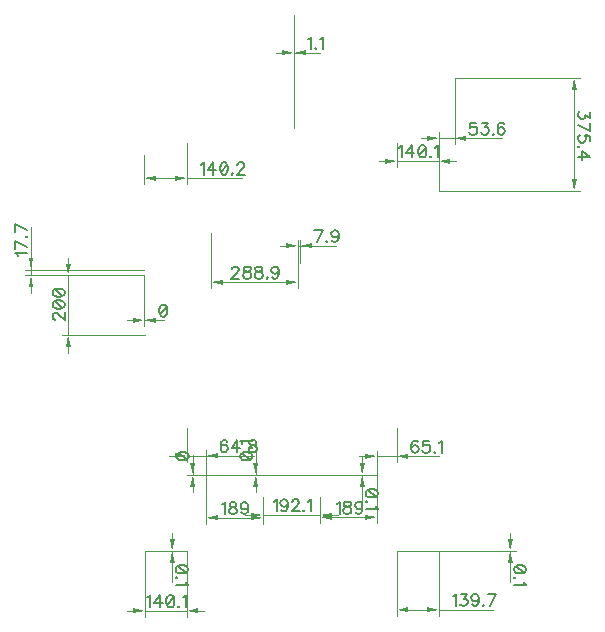
<source format=gbr>
G04 DipTrace 3.0.0.2*
G04 TopDimension.gbr*
%MOIN*%
G04 #@! TF.FileFunction,Drawing,Top*
G04 #@! TF.Part,Single*
%ADD13C,0.0015*%
%ADD62C,0.006176*%
%FSLAX26Y26*%
G04*
G70*
G90*
G75*
G01*
G04 TopDimension*
%LPD*%
X954832Y2262517D2*
D13*
Y2116323D1*
X953701Y1885701D2*
Y2155693D1*
Y2136008D2*
X954832D1*
X894646D2*
X914331D1*
G36*
X953701D2*
X914331Y2128134D1*
Y2143882D1*
X953701Y2136008D1*
G37*
X1013887D2*
D13*
X994202D1*
G36*
X954832D2*
X994202Y2143882D1*
Y2128134D1*
X954832Y2136008D1*
G37*
X1041941D2*
D13*
X954832D1*
X1490764Y2051134D2*
X1909449D1*
X1437126Y1675701D2*
X1909449D1*
X1889764Y1863418D2*
Y2011764D1*
G36*
Y2051134D2*
X1897638Y2011764D1*
X1881890D1*
X1889764Y2051134D1*
G37*
Y1863418D2*
D13*
Y1715071D1*
G36*
Y1675701D2*
X1881890Y1715071D1*
X1897638D1*
X1889764Y1675701D1*
G37*
X457349Y475722D2*
D13*
X568898D1*
X597449Y475607D2*
X529528D1*
X549213Y475722D2*
Y475607D1*
Y534777D2*
Y515092D1*
G36*
Y475722D2*
X541339Y515092D1*
X557087D1*
X549213Y475722D1*
G37*
Y416551D2*
D13*
Y436236D1*
G36*
Y475607D2*
X557087Y436236D1*
X541339D1*
X549213Y475607D1*
G37*
Y371297D2*
D13*
Y475722D1*
X456764Y1393496D2*
Y1224410D1*
Y1393496D2*
Y1224410D1*
Y1244095D2*
D3*
X397709D2*
X417394D1*
G36*
X456764D2*
X417394Y1236221D1*
Y1251969D1*
X456764Y1244095D1*
G37*
X515819D2*
D13*
X496134D1*
G36*
X456764D2*
X496134Y1251969D1*
Y1236221D1*
X456764Y1244095D1*
G37*
X522929D2*
D13*
X456764D1*
X1437126Y1675701D2*
Y1870079D1*
X1490764Y2051134D2*
Y1830709D1*
X1437126Y1850394D2*
X1490764D1*
X1378071D2*
X1397756D1*
G36*
X1437126D2*
X1397756Y1842520D1*
Y1858268D1*
X1437126Y1850394D1*
G37*
X1549819D2*
D13*
X1530134D1*
G36*
X1490764D2*
X1530134Y1858268D1*
Y1842520D1*
X1490764Y1850394D1*
G37*
X1649474D2*
D13*
X1490764D1*
X1297449Y475607D2*
X1696063D1*
X1437126Y475701D2*
X1696063D1*
X1676378D2*
Y475607D1*
Y534756D2*
Y515071D1*
G36*
Y475701D2*
X1668504Y515071D1*
X1684252D1*
X1676378Y475701D1*
G37*
Y416551D2*
D13*
Y436236D1*
G36*
Y475607D2*
X1684252Y436236D1*
X1668504D1*
X1676378Y475607D1*
G37*
Y371297D2*
D13*
Y475701D1*
X457349Y475722D2*
Y255906D1*
X597449Y475607D2*
Y255906D1*
X457349Y275591D2*
X597449D1*
X398294D2*
X417979D1*
G36*
X457349D2*
X417979Y267717D1*
Y283465D1*
X457349Y275591D1*
G37*
X656504D2*
D13*
X636819D1*
G36*
X597449D2*
X636819Y283465D1*
Y267717D1*
X597449Y275591D1*
G37*
X1437126Y475701D2*
D13*
Y259843D1*
X1297449Y475607D2*
Y259843D1*
X1367288Y279528D2*
X1397756D1*
G36*
X1437126D2*
X1397756Y271654D1*
Y287402D1*
X1437126Y279528D1*
G37*
X1367288D2*
D13*
X1336819D1*
G36*
X1297449D2*
X1336819Y287402D1*
Y271654D1*
X1297449Y279528D1*
G37*
X1617826D2*
D13*
X1437126D1*
X456764Y1393496D2*
X59055D1*
X456764Y1411213D2*
X59055D1*
X78740D2*
Y1393496D1*
Y1470268D2*
Y1450583D1*
G36*
Y1411213D2*
X70866Y1450583D1*
X86614D1*
X78740Y1411213D1*
G37*
Y1334441D2*
D13*
Y1354126D1*
G36*
Y1393496D2*
X86614Y1354126D1*
X70866D1*
X78740Y1393496D1*
G37*
Y1554668D2*
D13*
Y1411213D1*
X597008Y1835701D2*
Y1698032D1*
X456764Y1793496D2*
Y1698032D1*
X526886Y1717717D2*
X557638D1*
G36*
X597008D2*
X557638Y1709843D1*
Y1725591D1*
X597008Y1717717D1*
G37*
X526886D2*
D13*
X496134D1*
G36*
X456764D2*
X496134Y1725591D1*
Y1709843D1*
X456764Y1717717D1*
G37*
X781511D2*
D13*
X597008D1*
X1297008Y1835701D2*
Y1754725D1*
X1437126Y1675701D2*
Y1794095D1*
X1297008Y1774410D2*
X1437126D1*
X1237953D2*
X1257638D1*
G36*
X1297008D2*
X1257638Y1766536D1*
Y1782284D1*
X1297008Y1774410D1*
G37*
X1496181D2*
D13*
X1476496D1*
G36*
X1437126D2*
X1476496Y1782284D1*
Y1766536D1*
X1437126Y1774410D1*
G37*
X661811Y654331D2*
D13*
Y566142D1*
X850788Y654331D2*
Y566142D1*
X756299Y585827D2*
X701181D1*
G36*
X661811D2*
X701181Y593701D1*
Y577953D1*
X661811Y585827D1*
G37*
X756299D2*
D13*
X811418D1*
G36*
X850788D2*
X811418Y577953D1*
Y593701D1*
X850788Y585827D1*
G37*
Y654331D2*
D13*
Y574803D1*
X1042937Y654386D2*
Y574803D1*
X850788Y594488D2*
X1042937D1*
X791732D2*
X811418D1*
G36*
X850788D2*
X811418Y586614D1*
Y602362D1*
X850788Y594488D1*
G37*
X1101992D2*
D13*
X1082307D1*
G36*
X1042937D2*
X1082307Y602362D1*
Y586614D1*
X1042937Y594488D1*
G37*
Y654386D2*
D13*
Y567323D1*
X1231890Y654331D2*
Y567323D1*
X1137414Y587008D2*
X1082307D1*
G36*
X1042937D2*
X1082307Y594882D1*
Y579134D1*
X1042937Y587008D1*
G37*
X1137414D2*
D13*
X1192520D1*
G36*
X1231890D2*
X1192520Y579134D1*
Y594882D1*
X1231890Y587008D1*
G37*
X661811Y729134D2*
D13*
X597244D1*
X850788D2*
X597244D1*
X616929D2*
D3*
Y788189D2*
Y768504D1*
G36*
Y729134D2*
X609055Y768504D1*
X624803D1*
X616929Y729134D1*
G37*
Y670079D2*
D13*
Y689764D1*
G36*
Y729134D2*
X624803Y689764D1*
X609055D1*
X616929Y729134D1*
G37*
Y795299D2*
D13*
Y729134D1*
X850788D2*
X808268D1*
X1042937Y729189D2*
X808268D1*
X827953D2*
Y729134D1*
Y788244D2*
Y768559D1*
G36*
Y729189D2*
X820079Y768559D1*
X835827D1*
X827953Y729189D1*
G37*
Y670079D2*
D13*
Y689764D1*
G36*
Y729134D2*
X835827Y689764D1*
X820079D1*
X827953Y729134D1*
G37*
Y833498D2*
D13*
Y729189D1*
X1042937D2*
X1202362D1*
X1231890Y729134D2*
X1162992D1*
X1182677Y729189D2*
Y729134D1*
Y788244D2*
Y768559D1*
G36*
Y729189D2*
X1174803Y768559D1*
X1190551D1*
X1182677Y729189D1*
G37*
Y670079D2*
D13*
Y689764D1*
G36*
Y729134D2*
X1190551Y689764D1*
X1174803D1*
X1182677Y729134D1*
G37*
Y624825D2*
D13*
Y729189D1*
X661811Y654331D2*
Y811811D1*
X597008Y885701D2*
Y772441D1*
Y792126D2*
X661811D1*
X537953D2*
X557638D1*
G36*
X597008D2*
X557638Y784252D1*
Y800000D1*
X597008Y792126D1*
G37*
X720866D2*
D13*
X701181D1*
G36*
X661811D2*
X701181Y800000D1*
Y784252D1*
X661811Y792126D1*
G37*
X822378D2*
D13*
X661811D1*
X1231890Y654331D2*
Y809843D1*
X1297008Y885701D2*
Y770473D1*
X1231890Y790158D2*
X1297008D1*
X1172835D2*
X1192520D1*
G36*
X1231890D2*
X1192520Y782284D1*
Y798032D1*
X1231890Y790158D1*
G37*
X1356063D2*
D13*
X1336378D1*
G36*
X1297008D2*
X1336378Y798032D1*
Y782284D1*
X1297008Y790158D1*
G37*
X1438518D2*
D13*
X1297008D1*
X966929Y1433858D2*
Y1512205D1*
X974803Y1433858D2*
Y1512205D1*
X966929Y1492520D2*
X974803D1*
X907874D2*
X927559D1*
G36*
X966929D2*
X927559Y1484646D1*
Y1500394D1*
X966929Y1492520D1*
G37*
X1033858D2*
D13*
X1014173D1*
G36*
X974803D2*
X1014173Y1500394D1*
Y1484646D1*
X974803Y1492520D1*
G37*
X1094411D2*
D13*
X974803D1*
X678079Y1535701D2*
Y1351181D1*
X966929Y1433858D2*
Y1351181D1*
X822504Y1370866D2*
X717449D1*
G36*
X678079D2*
X717449Y1378740D1*
Y1362992D1*
X678079Y1370866D1*
G37*
X822504D2*
D13*
X927559D1*
G36*
X966929D2*
X927559Y1362992D1*
Y1378740D1*
X966929Y1370866D1*
G37*
X456764Y1393496D2*
D13*
X183016D1*
X457349Y1193509D2*
X183016D1*
X202701Y1393496D2*
Y1193509D1*
Y1452551D2*
Y1432866D1*
G36*
Y1393496D2*
X194827Y1432866D1*
X210575D1*
X202701Y1393496D1*
G37*
Y1134454D2*
D13*
Y1154139D1*
G36*
Y1193509D2*
X210575Y1154139D1*
X194827D1*
X202701Y1193509D1*
G37*
X1003466Y2180717D2*
D62*
X1007313Y2182663D1*
X1013061Y2188367D1*
Y2148219D1*
X1027313Y2152066D2*
X1025412Y2150120D1*
X1027313Y2148219D1*
X1029259Y2150120D1*
X1027313Y2152066D1*
X1041610Y2180717D2*
X1045457Y2182663D1*
X1051205Y2188367D1*
Y2148219D1*
X1942123Y1937649D2*
Y1916647D1*
X1926824Y1928099D1*
Y1922350D1*
X1924923Y1918548D1*
X1923021Y1916647D1*
X1917273Y1914701D1*
X1913471D1*
X1907723Y1916647D1*
X1903876Y1920449D1*
X1901975Y1926197D1*
Y1931945D1*
X1903876Y1937649D1*
X1905822Y1939550D1*
X1909624Y1941496D1*
X1901975Y1894700D2*
X1942123Y1875555D1*
Y1902350D1*
Y1840256D2*
Y1859357D1*
X1924923Y1861258D1*
X1926824Y1859357D1*
X1928769Y1853609D1*
Y1847905D1*
X1926824Y1842157D1*
X1923021Y1838310D1*
X1917273Y1836409D1*
X1913471D1*
X1907723Y1838310D1*
X1903876Y1842157D1*
X1901975Y1847905D1*
Y1853609D1*
X1903876Y1859357D1*
X1905822Y1861258D1*
X1909624Y1863204D1*
X1905822Y1822156D2*
X1903876Y1824058D1*
X1901975Y1822156D1*
X1903876Y1820211D1*
X1905822Y1822156D1*
X1901975Y1788714D2*
X1942123D1*
X1915372Y1807859D1*
Y1779164D1*
X601571Y415477D2*
X599670Y421225D1*
X593922Y425072D1*
X584371Y426973D1*
X578623D1*
X569073Y425072D1*
X563325Y421225D1*
X561424Y415477D1*
Y411674D1*
X563325Y405926D1*
X569073Y402124D1*
X578623Y400178D1*
X584371D1*
X593922Y402124D1*
X599670Y405926D1*
X601571Y411674D1*
Y415477D1*
X593922Y402124D2*
X569073Y425072D1*
X565270Y385926D2*
X563325Y387827D1*
X561424Y385926D1*
X563325Y383980D1*
X565270Y385926D1*
X593922Y371629D2*
X595868Y367782D1*
X601571Y362034D1*
X561424D1*
X516894Y1296453D2*
X511146Y1294552D1*
X507299Y1288804D1*
X505398Y1279253D1*
Y1273505D1*
X507299Y1263955D1*
X511146Y1258207D1*
X516894Y1256305D1*
X520696D1*
X526444Y1258207D1*
X530247Y1263955D1*
X532192Y1273505D1*
Y1279253D1*
X530247Y1288804D1*
X526444Y1294552D1*
X520696Y1296453D1*
X516894D1*
X530247Y1288804D2*
X507299Y1263955D1*
X1562346Y1902752D2*
X1543244D1*
X1541343Y1885553D1*
X1543244Y1887454D1*
X1548992Y1889399D1*
X1554696D1*
X1560444Y1887454D1*
X1564291Y1883651D1*
X1566192Y1877903D1*
Y1874101D1*
X1564291Y1868353D1*
X1560444Y1864506D1*
X1554696Y1862605D1*
X1548992D1*
X1543244Y1864506D1*
X1541343Y1866451D1*
X1539398Y1870254D1*
X1582390Y1902752D2*
X1603393D1*
X1591941Y1887454D1*
X1597689D1*
X1601492Y1885553D1*
X1603393Y1883651D1*
X1605338Y1877903D1*
Y1874101D1*
X1603393Y1868353D1*
X1599590Y1864506D1*
X1593842Y1862605D1*
X1588094D1*
X1582390Y1864506D1*
X1580489Y1866451D1*
X1578544Y1870254D1*
X1619591Y1866451D2*
X1617690Y1864506D1*
X1619591Y1862605D1*
X1621537Y1864506D1*
X1619591Y1866451D1*
X1656836Y1897049D2*
X1654935Y1900851D1*
X1649187Y1902752D1*
X1645384D1*
X1639636Y1900851D1*
X1635789Y1895103D1*
X1633888Y1885553D1*
Y1876002D1*
X1635789Y1868353D1*
X1639636Y1864506D1*
X1645384Y1862605D1*
X1647285D1*
X1652989Y1864506D1*
X1656836Y1868353D1*
X1658737Y1874101D1*
Y1876002D1*
X1656836Y1881750D1*
X1652989Y1885553D1*
X1647285Y1887454D1*
X1645384D1*
X1639636Y1885553D1*
X1635789Y1881750D1*
X1633888Y1876002D1*
X1728737Y415477D2*
X1726835Y421225D1*
X1721087Y425072D1*
X1711537Y426973D1*
X1705789D1*
X1696238Y425072D1*
X1690490Y421225D1*
X1688589Y415477D1*
Y411674D1*
X1690490Y405926D1*
X1696238Y402124D1*
X1705789Y400178D1*
X1711537D1*
X1721087Y402124D1*
X1726835Y405926D1*
X1728737Y411674D1*
Y415477D1*
X1721087Y402124D2*
X1696238Y425072D1*
X1692436Y385926D2*
X1690490Y387827D1*
X1688589Y385926D1*
X1690490Y383980D1*
X1692436Y385926D1*
X1721087Y371629D2*
X1723033Y367782D1*
X1728737Y362034D1*
X1688589D1*
X466521Y320300D2*
X470368Y322245D1*
X476116Y327949D1*
Y287802D1*
X507612D2*
Y327949D1*
X488467Y301199D1*
X517163D1*
X541010Y327949D2*
X535262Y326048D1*
X531416Y320300D1*
X529514Y310749D1*
Y305001D1*
X531416Y295451D1*
X535262Y289703D1*
X541010Y287802D1*
X544813D1*
X550561Y289703D1*
X554363Y295451D1*
X556309Y305001D1*
Y310749D1*
X554363Y320300D1*
X550561Y326048D1*
X544813Y327949D1*
X541010D1*
X554363Y320300D2*
X531416Y295451D1*
X570562Y291648D2*
X568660Y289703D1*
X570562Y287802D1*
X572507Y289703D1*
X570562Y291648D1*
X584858Y320300D2*
X588705Y322245D1*
X594453Y327949D1*
Y287802D1*
X1485760Y324237D2*
X1489607Y326183D1*
X1495355Y331886D1*
Y291739D1*
X1511553Y331886D2*
X1532555D1*
X1521103Y316588D1*
X1526851D1*
X1530654Y314686D1*
X1532555Y312785D1*
X1534501Y307037D1*
Y303235D1*
X1532555Y297487D1*
X1528753Y293640D1*
X1523005Y291739D1*
X1517257D1*
X1511553Y293640D1*
X1509651Y295585D1*
X1507706Y299388D1*
X1571745Y318533D2*
X1569800Y312785D1*
X1565997Y308938D1*
X1560249Y307037D1*
X1558348D1*
X1552600Y308938D1*
X1548798Y312785D1*
X1546852Y318533D1*
Y320434D1*
X1548798Y326183D1*
X1552600Y329985D1*
X1558348Y331886D1*
X1560249D1*
X1565997Y329985D1*
X1569800Y326183D1*
X1571745Y318533D1*
Y308938D1*
X1569800Y299388D1*
X1565997Y293640D1*
X1560249Y291739D1*
X1556447D1*
X1550699Y293640D1*
X1548798Y297487D1*
X1585998Y295585D2*
X1584097Y293640D1*
X1585998Y291739D1*
X1587944Y293640D1*
X1585998Y295585D1*
X1607944Y291739D2*
X1627090Y331886D1*
X1600295D1*
X34031Y1459846D2*
X32086Y1463693D1*
X26382Y1469441D1*
X66530D1*
Y1489442D2*
X26382Y1508587D1*
Y1481793D1*
X62683Y1522840D2*
X64628Y1520939D1*
X66530Y1522840D1*
X64628Y1524785D1*
X62683Y1522840D1*
X66530Y1544786D2*
X26382Y1563932D1*
Y1537137D1*
X645642Y1762426D2*
X649488Y1764371D1*
X655237Y1770075D1*
Y1729928D1*
X686733D2*
Y1770075D1*
X667588Y1743325D1*
X696284D1*
X720131Y1770075D2*
X714383Y1768174D1*
X710537Y1762426D1*
X708635Y1752875D1*
Y1747127D1*
X710537Y1737577D1*
X714383Y1731829D1*
X720131Y1729928D1*
X723934D1*
X729682Y1731829D1*
X733484Y1737577D1*
X735430Y1747127D1*
Y1752875D1*
X733484Y1762426D1*
X729682Y1768174D1*
X723934Y1770075D1*
X720131D1*
X733484Y1762426D2*
X710537Y1737577D1*
X749683Y1733774D2*
X747781Y1731829D1*
X749683Y1729928D1*
X751628Y1731829D1*
X749683Y1733774D1*
X765925Y1760525D2*
Y1762426D1*
X767826Y1766273D1*
X769727Y1768174D1*
X773574Y1770075D1*
X781224D1*
X785026Y1768174D1*
X786927Y1766273D1*
X788873Y1762426D1*
Y1758623D1*
X786927Y1754777D1*
X783125Y1749073D1*
X763979Y1729928D1*
X790774D1*
X1306189Y1819119D2*
X1310035Y1821064D1*
X1315784Y1826768D1*
Y1786620D1*
X1347280D2*
Y1826768D1*
X1328135Y1800018D1*
X1356831D1*
X1380678Y1826768D2*
X1374930Y1824867D1*
X1371084Y1819119D1*
X1369182Y1809568D1*
Y1803820D1*
X1371084Y1794270D1*
X1374930Y1788522D1*
X1380678Y1786620D1*
X1384481D1*
X1390229Y1788522D1*
X1394031Y1794270D1*
X1395977Y1803820D1*
Y1809568D1*
X1394031Y1819119D1*
X1390229Y1824867D1*
X1384481Y1826768D1*
X1380678D1*
X1394031Y1819119D2*
X1371084Y1794270D1*
X1410230Y1790467D2*
X1408328Y1788522D1*
X1410230Y1786620D1*
X1412175Y1788522D1*
X1410230Y1790467D1*
X1424526Y1819119D2*
X1428373Y1821064D1*
X1434121Y1826768D1*
Y1786620D1*
X716417Y630536D2*
X720263Y632482D1*
X726011Y638186D1*
Y598038D1*
X747913Y638186D2*
X742210Y636284D1*
X740264Y632482D1*
Y628635D1*
X742210Y624832D1*
X746012Y622887D1*
X753661Y620986D1*
X759409Y619084D1*
X763212Y615238D1*
X765113Y611435D1*
Y605687D1*
X763212Y601885D1*
X761311Y599939D1*
X755563Y598038D1*
X747913D1*
X742210Y599939D1*
X740264Y601885D1*
X738363Y605687D1*
Y611435D1*
X740264Y615238D1*
X744111Y619084D1*
X749815Y620986D1*
X757464Y622887D1*
X761311Y624832D1*
X763212Y628635D1*
Y632482D1*
X761311Y636284D1*
X755563Y638186D1*
X747913D1*
X802358Y624832D2*
X800413Y619084D1*
X796610Y615238D1*
X790862Y613336D1*
X788961D1*
X783213Y615238D1*
X779410Y619084D1*
X777465Y624832D1*
Y626734D1*
X779410Y632482D1*
X783213Y636284D1*
X788961Y638186D1*
X790862D1*
X796610Y636284D1*
X800413Y632482D1*
X802358Y624832D1*
Y615238D1*
X800413Y605687D1*
X796610Y599939D1*
X790862Y598038D1*
X787059D1*
X781311Y599939D1*
X779410Y603786D1*
X887885Y639198D2*
X891732Y641143D1*
X897480Y646847D1*
Y606699D1*
X934725Y633494D2*
X932779Y627746D1*
X928977Y623899D1*
X923229Y621998D1*
X921328D1*
X915579Y623899D1*
X911777Y627746D1*
X909831Y633494D1*
Y635395D1*
X911777Y641143D1*
X915579Y644946D1*
X921328Y646847D1*
X923229D1*
X928977Y644946D1*
X932779Y641143D1*
X934725Y633494D1*
Y623899D1*
X932779Y614348D1*
X928977Y608600D1*
X923229Y606699D1*
X919426D1*
X913678Y608600D1*
X911777Y612447D1*
X949022Y637296D2*
Y639198D1*
X950923Y643044D1*
X952824Y644946D1*
X956671Y646847D1*
X964320D1*
X968123Y644946D1*
X970024Y643044D1*
X971970Y639198D1*
Y635395D1*
X970024Y631548D1*
X966222Y625845D1*
X947076Y606699D1*
X973871D1*
X988124Y610546D2*
X986222Y608600D1*
X988124Y606699D1*
X990069Y608600D1*
X988124Y610546D1*
X1002420Y639198D2*
X1006267Y641143D1*
X1012015Y646847D1*
Y606699D1*
X1097531Y631717D2*
X1101377Y633663D1*
X1107126Y639367D1*
Y599219D1*
X1129027Y639367D2*
X1123324Y637465D1*
X1121378Y633663D1*
Y629816D1*
X1123324Y626014D1*
X1127126Y624068D1*
X1134776Y622167D1*
X1140524Y620265D1*
X1144326Y616419D1*
X1146227Y612616D1*
Y606868D1*
X1144326Y603066D1*
X1142425Y601120D1*
X1136677Y599219D1*
X1129027D1*
X1123324Y601120D1*
X1121378Y603066D1*
X1119477Y606868D1*
Y612616D1*
X1121378Y616419D1*
X1125225Y620265D1*
X1130929Y622167D1*
X1138578Y624068D1*
X1142425Y626014D1*
X1144326Y629816D1*
Y633663D1*
X1142425Y637465D1*
X1136677Y639367D1*
X1129027D1*
X1183472Y626014D2*
X1181527Y620265D1*
X1177724Y616419D1*
X1171976Y614517D1*
X1170075D1*
X1164327Y616419D1*
X1160524Y620265D1*
X1158579Y626014D1*
Y627915D1*
X1160524Y633663D1*
X1164327Y637465D1*
X1170075Y639367D1*
X1171976D1*
X1177724Y637465D1*
X1181527Y633663D1*
X1183472Y626014D1*
Y616419D1*
X1181527Y606868D1*
X1177724Y601120D1*
X1171976Y599219D1*
X1168174D1*
X1162426Y601120D1*
X1160524Y604967D1*
X564571Y789264D2*
X566472Y783516D1*
X572220Y779669D1*
X581771Y777768D1*
X587519D1*
X597069Y779669D1*
X602817Y783516D1*
X604719Y789264D1*
Y793066D1*
X602817Y798814D1*
X597069Y802617D1*
X587519Y804562D1*
X581771D1*
X572220Y802617D1*
X566472Y798814D1*
X564571Y793066D1*
Y789264D1*
X572220Y802617D2*
X597069Y779669D1*
X775594Y789319D2*
X777496Y783571D1*
X783244Y779724D1*
X792794Y777823D1*
X798542D1*
X808093Y779724D1*
X813841Y783571D1*
X815742Y789319D1*
Y793121D1*
X813841Y798869D1*
X808093Y802672D1*
X798542Y804617D1*
X792794D1*
X783244Y802672D1*
X777496Y798869D1*
X775594Y793121D1*
Y789319D1*
X783244Y802672D2*
X808093Y779724D1*
X811895Y818870D2*
X813841Y816969D1*
X815742Y818870D1*
X813841Y820816D1*
X811895Y818870D1*
X783244Y833167D2*
X781298Y837014D1*
X775594Y842762D1*
X815742D1*
X1235036Y669004D2*
X1233135Y674752D1*
X1227387Y678599D1*
X1217836Y680500D1*
X1212088D1*
X1202537Y678599D1*
X1196789Y674752D1*
X1194888Y669004D1*
Y665202D1*
X1196789Y659454D1*
X1202537Y655651D1*
X1212088Y653706D1*
X1217836D1*
X1227387Y655651D1*
X1233135Y659454D1*
X1235036Y665202D1*
Y669004D1*
X1227387Y655651D2*
X1202537Y678599D1*
X1198735Y639453D2*
X1196789Y641354D1*
X1194888Y639453D1*
X1196789Y637508D1*
X1198735Y639453D1*
X1227387Y625156D2*
X1229332Y621309D1*
X1235036Y615561D1*
X1194888D1*
X733393Y838781D2*
X731492Y842583D1*
X725743Y844485D1*
X721941D1*
X716193Y842583D1*
X712346Y836835D1*
X710445Y827285D1*
Y817734D1*
X712346Y810085D1*
X716193Y806238D1*
X721941Y804337D1*
X723842D1*
X729546Y806238D1*
X733393Y810085D1*
X735294Y815833D1*
Y817734D1*
X733393Y823482D1*
X729546Y827285D1*
X723842Y829186D1*
X721941D1*
X716193Y827285D1*
X712346Y823482D1*
X710445Y817734D1*
X766791Y804337D2*
Y844485D1*
X747645Y817734D1*
X776341D1*
X790594Y808184D2*
X788693Y806238D1*
X790594Y804337D1*
X792540Y806238D1*
X790594Y808184D1*
X814442Y844485D2*
X808738Y842583D1*
X806792Y838781D1*
Y834934D1*
X808738Y831132D1*
X812540Y829186D1*
X820190Y827285D1*
X825938Y825384D1*
X829740Y821537D1*
X831641Y817734D1*
Y811986D1*
X829740Y808184D1*
X827839Y806238D1*
X822091Y804337D1*
X814442D1*
X808738Y806238D1*
X806792Y808184D1*
X804891Y811986D1*
Y817734D1*
X806792Y821537D1*
X810639Y825384D1*
X816343Y827285D1*
X823992Y829186D1*
X827839Y831132D1*
X829740Y834934D1*
Y838781D1*
X827839Y842583D1*
X822091Y844485D1*
X814442D1*
X1368590Y836812D2*
X1366688Y840615D1*
X1360940Y842516D1*
X1357138D1*
X1351390Y840615D1*
X1347543Y834867D1*
X1345642Y825316D1*
Y815766D1*
X1347543Y808116D1*
X1351390Y804270D1*
X1357138Y802368D1*
X1359039D1*
X1364743Y804270D1*
X1368590Y808116D1*
X1370491Y813865D1*
Y815766D1*
X1368590Y821514D1*
X1364743Y825316D1*
X1359039Y827218D1*
X1357138D1*
X1351390Y825316D1*
X1347543Y821514D1*
X1345642Y815766D1*
X1405790Y842516D2*
X1386689D1*
X1384788Y825316D1*
X1386689Y827218D1*
X1392437Y829163D1*
X1398141D1*
X1403889Y827218D1*
X1407736Y823415D1*
X1409637Y817667D1*
Y813865D1*
X1407736Y808116D1*
X1403889Y804270D1*
X1398141Y802368D1*
X1392437D1*
X1386689Y804270D1*
X1384788Y806215D1*
X1382842Y810018D1*
X1423890Y806215D2*
X1421988Y804270D1*
X1423890Y802368D1*
X1425835Y804270D1*
X1423890Y806215D1*
X1438187Y834867D2*
X1442033Y836812D1*
X1447781Y842516D1*
Y802368D1*
X1031086Y1504731D2*
X1050232Y1544878D1*
X1023437D1*
X1064484Y1508577D2*
X1062583Y1506632D1*
X1064484Y1504731D1*
X1066430Y1506632D1*
X1064484Y1508577D1*
X1103675Y1531525D2*
X1101729Y1525777D1*
X1097927Y1521931D1*
X1092179Y1520029D1*
X1090277D1*
X1084529Y1521931D1*
X1080727Y1525777D1*
X1078781Y1531525D1*
Y1533427D1*
X1080727Y1539175D1*
X1084529Y1542977D1*
X1090277Y1544878D1*
X1092179D1*
X1097927Y1542977D1*
X1101729Y1539175D1*
X1103675Y1531525D1*
Y1521931D1*
X1101729Y1512380D1*
X1097927Y1506632D1*
X1092179Y1504731D1*
X1088376D1*
X1082628Y1506632D1*
X1080727Y1510479D1*
X748317Y1413674D2*
Y1415576D1*
X750218Y1419422D1*
X752119Y1421324D1*
X755966Y1423225D1*
X763615D1*
X767418Y1421324D1*
X769319Y1419422D1*
X771265Y1415576D1*
Y1411773D1*
X769319Y1407926D1*
X765517Y1402222D1*
X746371Y1383077D1*
X773166D1*
X795068Y1423225D2*
X789364Y1421324D1*
X787419Y1417521D1*
Y1413674D1*
X789364Y1409872D1*
X793167Y1407926D1*
X800816Y1406025D1*
X806564Y1404124D1*
X810367Y1400277D1*
X812268Y1396474D1*
Y1390726D1*
X810367Y1386924D1*
X808465Y1384978D1*
X802717Y1383077D1*
X795068D1*
X789364Y1384978D1*
X787419Y1386924D1*
X785517Y1390726D1*
Y1396474D1*
X787419Y1400277D1*
X791265Y1404124D1*
X796969Y1406025D1*
X804619Y1407926D1*
X808465Y1409872D1*
X810367Y1413674D1*
Y1417521D1*
X808465Y1421324D1*
X802717Y1423225D1*
X795068D1*
X834170D2*
X828466Y1421324D1*
X826521Y1417521D1*
Y1413674D1*
X828466Y1409872D1*
X832269Y1407926D1*
X839918Y1406025D1*
X845666Y1404124D1*
X849468Y1400277D1*
X851370Y1396474D1*
Y1390726D1*
X849468Y1386924D1*
X847567Y1384978D1*
X841819Y1383077D1*
X834170D1*
X828466Y1384978D1*
X826521Y1386924D1*
X824619Y1390726D1*
Y1396474D1*
X826521Y1400277D1*
X830367Y1404124D1*
X836071Y1406025D1*
X843720Y1407926D1*
X847567Y1409872D1*
X849468Y1413674D1*
Y1417521D1*
X847567Y1421324D1*
X841819Y1423225D1*
X834170D1*
X865622Y1386924D2*
X863721Y1384978D1*
X865622Y1383077D1*
X867568Y1384978D1*
X865622Y1386924D1*
X904813Y1409872D2*
X902867Y1404124D1*
X899065Y1400277D1*
X893317Y1398376D1*
X891415D1*
X885667Y1400277D1*
X881865Y1404124D1*
X879919Y1409872D1*
Y1411773D1*
X881865Y1417521D1*
X885667Y1421324D1*
X891415Y1423225D1*
X893317D1*
X899065Y1421324D1*
X902867Y1417521D1*
X904813Y1409872D1*
Y1400277D1*
X902867Y1390726D1*
X899065Y1384978D1*
X893317Y1383077D1*
X889514D1*
X883766Y1384978D1*
X881865Y1388825D1*
X159893Y1245993D2*
X157992D1*
X154145Y1247894D1*
X152244Y1249795D1*
X150342Y1253642D1*
Y1261291D1*
X152244Y1265094D1*
X154145Y1266995D1*
X157992Y1268941D1*
X161794D1*
X165641Y1266995D1*
X171345Y1263193D1*
X190490Y1244047D1*
Y1270842D1*
X150342Y1294689D2*
X152244Y1288941D1*
X157992Y1285095D1*
X167542Y1283193D1*
X173290D1*
X182841Y1285095D1*
X188589Y1288941D1*
X190490Y1294689D1*
Y1298492D1*
X188589Y1304240D1*
X182841Y1308043D1*
X173290Y1309988D1*
X167542D1*
X157992Y1308043D1*
X152244Y1304240D1*
X150342Y1298492D1*
Y1294689D1*
X157992Y1308043D2*
X182841Y1285095D1*
X150342Y1333835D2*
X152244Y1328087D1*
X157992Y1324241D1*
X167542Y1322339D1*
X173290D1*
X182841Y1324241D1*
X188589Y1328087D1*
X190490Y1333835D1*
Y1337638D1*
X188589Y1343386D1*
X182841Y1347189D1*
X173290Y1349134D1*
X167542D1*
X157992Y1347189D1*
X152244Y1343386D1*
X150342Y1337638D1*
Y1333835D1*
X157992Y1347189D2*
X182841Y1324241D1*
M02*

</source>
